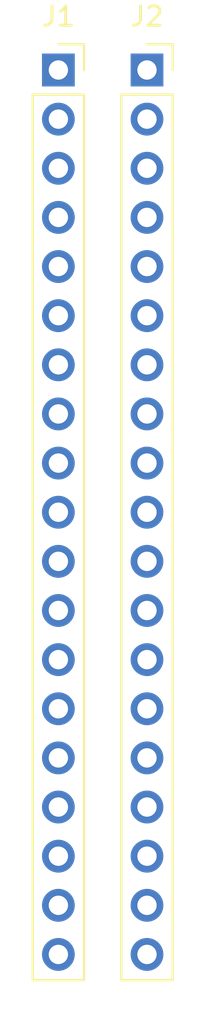
<source format=kicad_pcb>
(kicad_pcb (version 20221018) (generator pcbnew)
  (layers (0 "F.Cu" signal) (31 "B.Cu" signal) (34 "B.Paste" user) (35 "F.Paste" user) (36 "B.SilkS" user "B.Silkscreen") (37 "F.SilkS" user "F.Silkscreen") (38 "B.Mask" user) (39 "F.Mask" user) (44 "Edge.Cuts" user))
  (net 0 "")
  (net 1 "/D6")
  (net 2 "/D7")
  (net 3 "/D8")
  (net 4 "/D15")
  (net 5 "/D2")
  (net 6 "/D0")
  (net 7 "/D4")
  (net 8 "/D16")
  (net 9 "/D17")
  (net 10 "/D5")
  (net 11 "/D18")
  (net 12 "/D19")
  (net 13 "/GND")
  (net 14 "/D21")
  (net 15 "/D3")
  (net 16 "/D1")
  (net 17 "/D22")
  (net 18 "/D23")
  (net 19 "/5V")
  (net 20 "/D10")
  (net 21 "/D9")
  (net 22 "/D13")
  (net 23 "/D12")
  (net 24 "/D14")
  (net 25 "/D27")
  (net 26 "/D26")
  (net 27 "/D25")
  (net 28 "/D33")
  (net 29 "/D32")
  (net 30 "/D35")
  (net 31 "/D34")
  (net 32 "/D39")
  (net 33 "/D36")
  (net 34 "/EN")
  (net 35 "/3.3V")
  (footprint "Connector_PinSocket_2.54mm:PinSocket_1x19_P2.54mm_Vertical" (layer "F.Cu") (at 132.08 53.34)
    (fp_text reference "J2" (at 0 -2.77) (layer "F.SilkS"))
    (fp_text value "ESP der")
    (fp_line (start -1.33 1.27) (end -1.33 47.05) (stroke (width 0.12)) (layer "F.SilkS"))
    (fp_line (start -1.33 1.27) (end 1.33 1.27) (stroke (width 0.12)) (layer "F.SilkS"))
    (fp_line (start -1.33 47.05) (end 1.33 47.05) (stroke (width 0.12)) (layer "F.SilkS"))
    (fp_line (start 0 -1.33) (end 1.33 -1.33) (stroke (width 0.12)) (layer "F.SilkS"))
    (fp_line (start 1.33 -1.33) (end 1.33 0) (stroke (width 0.12)) (layer "F.SilkS"))
    (fp_line (start 1.33 1.27) (end 1.33 47.05) (stroke (width 0.12)) (layer "F.SilkS"))
    (pad "1" thru_hole rect (at 0 0) (size 1.7 1.7) (drill 1) (layers "*.Cu" "*.Mask") (net 19 "/5V"))
    (pad "2" thru_hole oval (at 0 2.54) (size 1.7 1.7) (drill 1) (layers "*.Cu" "*.Mask") (net 13 "/GND"))
    (pad "3" thru_hole oval (at 0 5.08) (size 1.7 1.7) (drill 1) (layers "*.Cu" "*.Mask") (net 20 "/D10"))
    (pad "4" thru_hole oval (at 0 7.62) (size 1.7 1.7) (drill 1) (layers "*.Cu" "*.Mask") (net 21 "/D9"))
    (pad "5" thru_hole oval (at 0 10.16) (size 1.7 1.7) (drill 1) (layers "*.Cu" "*.Mask") (net 22 "/D13"))
    (pad "6" thru_hole oval (at 0 12.7) (size 1.7 1.7) (drill 1) (layers "*.Cu" "*.Mask") (net 13 "/GND"))
    (pad "7" thru_hole oval (at 0 15.24) (size 1.7 1.7) (drill 1) (layers "*.Cu" "*.Mask") (net 23 "/D12"))
    (pad "8" thru_hole oval (at 0 17.78) (size 1.7 1.7) (drill 1) (layers "*.Cu" "*.Mask") (net 24 "/D14"))
    (pad "9" thru_hole oval (at 0 20.32) (size 1.7 1.7) (drill 1) (layers "*.Cu" "*.Mask") (net 25 "/D27"))
    (pad "10" thru_hole oval (at 0 22.86) (size 1.7 1.7) (drill 1) (layers "*.Cu" "*.Mask") (net 26 "/D26"))
    (pad "11" thru_hole oval (at 0 25.4) (size 1.7 1.7) (drill 1) (layers "*.Cu" "*.Mask") (net 27 "/D25"))
    (pad "12" thru_hole oval (at 0 27.94) (size 1.7 1.7) (drill 1) (layers "*.Cu" "*.Mask") (net 28 "/D33"))
    (pad "13" thru_hole oval (at 0 30.48) (size 1.7 1.7) (drill 1) (layers "*.Cu" "*.Mask") (net 29 "/D32"))
    (pad "14" thru_hole oval (at 0 33.02) (size 1.7 1.7) (drill 1) (layers "*.Cu" "*.Mask") (net 30 "/D35"))
    (pad "15" thru_hole oval (at 0 35.56) (size 1.7 1.7) (drill 1) (layers "*.Cu" "*.Mask") (net 31 "/D34"))
    (pad "16" thru_hole oval (at 0 38.1) (size 1.7 1.7) (drill 1) (layers "*.Cu" "*.Mask") (net 32 "/D39"))
    (pad "17" thru_hole oval (at 0 40.64) (size 1.7 1.7) (drill 1) (layers "*.Cu" "*.Mask") (net 33 "/D36"))
    (pad "18" thru_hole oval (at 0 43.18) (size 1.7 1.7) (drill 1) (layers "*.Cu" "*.Mask") (net 34 "/EN"))
    (pad "19" thru_hole oval (at 0 45.72) (size 1.7 1.7) (drill 1) (layers "*.Cu" "*.Mask") (net 35 "/3.3V"))
  )
  (footprint "Connector_PinSocket_2.54mm:PinSocket_1x19_P2.54mm_Vertical" (layer "F.Cu") (at 127.48 53.34)
    (fp_text reference "J1" (at 0 -2.77) (layer "F.SilkS"))
    (fp_text value "ESP izq")
    (fp_line (start -1.33 1.27) (end -1.33 47.05) (stroke (width 0.12)) (layer "F.SilkS"))
    (fp_line (start -1.33 1.27) (end 1.33 1.27) (stroke (width 0.12)) (layer "F.SilkS"))
    (fp_line (start -1.33 47.05) (end 1.33 47.05) (stroke (width 0.12)) (layer "F.SilkS"))
    (fp_line (start 0 -1.33) (end 1.33 -1.33) (stroke (width 0.12)) (layer "F.SilkS"))
    (fp_line (start 1.33 -1.33) (end 1.33 0) (stroke (width 0.12)) (layer "F.SilkS"))
    (fp_line (start 1.33 1.27) (end 1.33 47.05) (stroke (width 0.12)) (layer "F.SilkS"))
    (pad "1" thru_hole rect (at 0 0) (size 1.7 1.7) (drill 1) (layers "*.Cu" "*.Mask") (net 1 "/D6"))
    (pad "2" thru_hole oval (at 0 2.54) (size 1.7 1.7) (drill 1) (layers "*.Cu" "*.Mask") (net 2 "/D7"))
    (pad "3" thru_hole oval (at 0 5.08) (size 1.7 1.7) (drill 1) (layers "*.Cu" "*.Mask") (net 3 "/D8"))
    (pad "4" thru_hole oval (at 0 7.62) (size 1.7 1.7) (drill 1) (layers "*.Cu" "*.Mask") (net 4 "/D15"))
    (pad "5" thru_hole oval (at 0 10.16) (size 1.7 1.7) (drill 1) (layers "*.Cu" "*.Mask") (net 5 "/D2"))
    (pad "6" thru_hole oval (at 0 12.7) (size 1.7 1.7) (drill 1) (layers "*.Cu" "*.Mask") (net 6 "/D0"))
    (pad "7" thru_hole oval (at 0 15.24) (size 1.7 1.7) (drill 1) (layers "*.Cu" "*.Mask") (net 7 "/D4"))
    (pad "8" thru_hole oval (at 0 17.78) (size 1.7 1.7) (drill 1) (layers "*.Cu" "*.Mask") (net 8 "/D16"))
    (pad "9" thru_hole oval (at 0 20.32) (size 1.7 1.7) (drill 1) (layers "*.Cu" "*.Mask") (net 9 "/D17"))
    (pad "10" thru_hole oval (at 0 22.86) (size 1.7 1.7) (drill 1) (layers "*.Cu" "*.Mask") (net 10 "/D5"))
    (pad "11" thru_hole oval (at 0 25.4) (size 1.7 1.7) (drill 1) (layers "*.Cu" "*.Mask") (net 11 "/D18"))
    (pad "12" thru_hole oval (at 0 27.94) (size 1.7 1.7) (drill 1) (layers "*.Cu" "*.Mask") (net 12 "/D19"))
    (pad "13" thru_hole oval (at 0 30.48) (size 1.7 1.7) (drill 1) (layers "*.Cu" "*.Mask") (net 13 "/GND"))
    (pad "14" thru_hole oval (at 0 33.02) (size 1.7 1.7) (drill 1) (layers "*.Cu" "*.Mask") (net 14 "/D21"))
    (pad "15" thru_hole oval (at 0 35.56) (size 1.7 1.7) (drill 1) (layers "*.Cu" "*.Mask") (net 15 "/D3"))
    (pad "16" thru_hole oval (at 0 38.1) (size 1.7 1.7) (drill 1) (layers "*.Cu" "*.Mask") (net 16 "/D1"))
    (pad "17" thru_hole oval (at 0 40.64) (size 1.7 1.7) (drill 1) (layers "*.Cu" "*.Mask") (net 17 "/D22"))
    (pad "18" thru_hole oval (at 0 43.18) (size 1.7 1.7) (drill 1) (layers "*.Cu" "*.Mask") (net 18 "/D23"))
    (pad "19" thru_hole oval (at 0 45.72) (size 1.7 1.7) (drill 1) (layers "*.Cu" "*.Mask") (net 13 "/GND"))
  )
)
</source>
